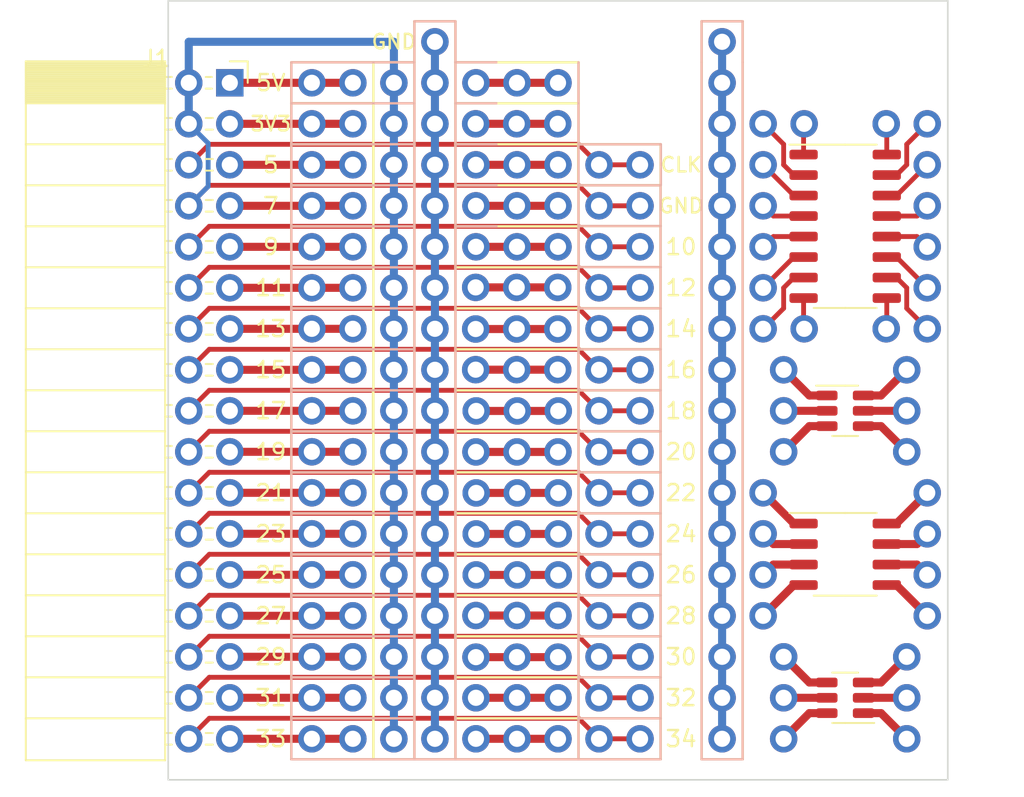
<source format=kicad_pcb>
(kicad_pcb (version 20211014) (generator pcbnew)
  (layers (0 "F.Cu" signal) (31 "B.Cu" signal) (34 "B.Paste" user) (35 "F.Paste" user) (36 "B.SilkS" user "B.Silkscreen") (37 "F.SilkS" user "F.Silkscreen") (38 "B.Mask" user) (39 "F.Mask" user) (44 "Edge.Cuts" user))
  (net 0 "")
  (net 1 "+5V")
  (net 2 "GND")
  (net 3 "+3V3")
  (net 4 "/5")
  (net 5 "/EXTCLK")
  (net 6 "/7")
  (net 7 "/9")
  (net 8 "/10")
  (net 9 "/11")
  (net 10 "/12")
  (net 11 "/13")
  (net 12 "/14")
  (net 13 "/15")
  (net 14 "/16")
  (net 15 "/17")
  (net 16 "/18")
  (net 17 "/19")
  (net 18 "/20")
  (net 19 "/21")
  (net 20 "/22")
  (net 21 "/23")
  (net 22 "/24")
  (net 23 "/25")
  (net 24 "/26")
  (net 25 "/27")
  (net 26 "/28")
  (net 27 "/29")
  (net 28 "/30")
  (net 29 "/31")
  (net 30 "/32")
  (net 31 "/33")
  (net 32 "/34")
  (footprint "Package_SO:SO-16_3.9x9.9mm_P1.27mm" (layer "F.Cu") (at 157.48 77.47)
    (fp_text reference "REF**" hide)
    (fp_text value "SO-16_3.9x9.9mm_P1.27mm")
  )
  (footprint "Connector_PinSocket_2.54mm:PinSocket_2x17_P2.54mm_Horizontal" (layer "F.Cu") (at 119.38 68.58)
    (fp_text reference "J1")
    (fp_text value "Conn_02x17_Odd_Even")
  )
  (footprint "Package_TO_SOT_SMD:SOT-23-6" (layer "F.Cu") (at 157.48 88.9)
    (fp_text reference "REF**" hide)
    (fp_text value "SOT-23-6")
  )
  (footprint "Package_SO:SO-8_3.9x4.9mm_P1.27mm" (layer "F.Cu") (at 157.48 97.79)
    (fp_text reference "REF**" hide)
    (fp_text value "SO-8_3.9x4.9mm_P1.27mm")
  )
  (footprint "Package_TO_SOT_SMD:SOT-23-6" (layer "F.Cu") (at 157.48 106.68 180)
    (fp_text reference "REF**" hide)
    (fp_text value "SOT-23-6")
  )
  (gr_line (start 123.190001 100.33) (end 130.810001 100.33) (layer "B.SilkS") (width 0.15))
  (gr_line (start 146.05 107.95) (end 146.050001 105.410001) (layer "B.SilkS") (width 0.15))
  (gr_line (start 133.350001 67.31) (end 133.350001 110.490001) (layer "B.SilkS") (width 0.15))
  (gr_line (start 140.97 92.71) (end 140.97 90.17) (layer "B.SilkS") (width 0.15))
  (gr_line (start 135.890001 74.93) (end 133.35 74.93) (layer "B.SilkS") (width 0.15))
  (gr_line (start 123.190002 97.789999) (end 130.810003 97.79) (layer "B.SilkS") (width 0.15))
  (gr_line (start 130.810001 64.77) (end 133.350001 64.770001) (layer "B.SilkS") (width 0.15))
  (gr_line (start 135.890001 67.310001) (end 133.350001 67.31) (layer "B.SilkS") (width 0.15))
  (gr_line (start 146.05 90.17) (end 146.05 87.63) (layer "B.SilkS") (width 0.15))
  (gr_poly (pts (xy 140.970001 72.39) (xy 135.890001 72.39) (xy 140.970001 72.39)) (layer "B.SilkS") (width 0.15) (fill none))
  (gr_line (start 140.97 110.49) (end 146.05 110.49) (layer "B.SilkS") (width 0.15))
  (gr_line (start 133.35 77.47) (end 135.890001 77.47) (layer "B.SilkS") (width 0.15))
  (gr_line (start 123.190002 105.410001) (end 130.810001 105.41) (layer "B.SilkS") (width 0.15))
  (gr_line (start 123.190001 110.49) (end 123.190001 67.31) (layer "B.SilkS") (width 0.15))
  (gr_line (start 140.97 100.33) (end 140.97 97.79) (layer "B.SilkS") (width 0.15))
  (gr_poly (pts (xy 135.890001 69.85) (xy 140.970001 69.85) (xy 135.890001 69.85)) (layer "B.SilkS") (width 0.15) (fill none))
  (gr_line (start 123.190001 67.31) (end 130.810001 67.31) (layer "B.SilkS") (width 0.15))
  (gr_line (start 140.97 100.33) (end 146.05 100.33) (layer "B.SilkS") (width 0.15))
  (gr_line (start 148.59 110.49) (end 148.59 64.77) (layer "B.SilkS") (width 0.15))
  (gr_line (start 146.050001 95.250001) (end 146.050001 92.71) (layer "B.SilkS") (width 0.15))
  (gr_poly (pts (xy 140.970001 97.79) (xy 133.35 97.79) (xy 140.970001 97.79)) (layer "B.SilkS") (width 0.15) (fill none))
  (gr_line (start 133.350001 64.770001) (end 133.350001 67.31) (layer "B.SilkS") (width 0.15))
  (gr_line (start 140.97 92.71) (end 146.050001 92.71) (layer "B.SilkS") (width 0.15))
  (gr_line (start 140.97 82.55) (end 146.050001 82.55) (layer "B.SilkS") (width 0.15))
  (gr_line (start 146.05 87.63) (end 146.05 85.09) (layer "B.SilkS") (width 0.15))
  (gr_line (start 140.97 107.95) (end 146.05 107.95) (layer "B.SilkS") (width 0.15))
  (gr_line (start 140.97 90.17) (end 146.05 90.17) (layer "B.SilkS") (width 0.15))
  (gr_poly (pts (xy 140.970001 87.63) (xy 133.350001 87.63) (xy 140.970001 87.63)) (layer "B.SilkS") (width 0.15) (fill none))
  (gr_line (start 140.97 95.25) (end 140.97 92.71) (layer "B.SilkS") (width 0.15))
  (gr_line (start 151.130001 110.49) (end 148.59 110.49) (layer "B.SilkS") (width 0.15))
  (gr_line (start 123.190002 69.85) (end 130.810001 69.85) (layer "B.SilkS") (width 0.15))
  (gr_line (start 135.890001 72.39) (end 133.35 72.39) (layer "B.SilkS") (width 0.15))
  (gr_line (start 123.190001 110.49) (end 130.810001 110.49) (layer "B.SilkS") (width 0.15))
  (gr_poly (pts (xy 140.970001 107.95) (xy 133.35 107.95) (xy 140.970001 107.95)) (layer "B.SilkS") (width 0.15) (fill none))
  (gr_line (start 123.190001 107.95) (end 130.810001 107.95) (layer "B.SilkS") (width 0.15))
  (gr_line (start 146.050001 80.01) (end 146.05 77.47) (layer "B.SilkS") (width 0.15))
  (gr_line (start 146.050001 82.55) (end 146.050001 80.01) (layer "B.SilkS") (width 0.15))
  (gr_line (start 140.97 77.47) (end 140.97 74.93) (layer "B.SilkS") (width 0.15))
  (gr_poly (pts (xy 140.970001 92.71) (xy 133.35 92.71) (xy 140.970001 92.71)) (layer "B.SilkS") (width 0.15) (fill none))
  (gr_poly (pts (xy 140.970001 95.25) (xy 133.35 95.25) (xy 140.970001 95.25)) (layer "B.SilkS") (width 0.15) (fill none))
  (gr_line (start 146.05 85.09) (end 146.050001 82.55) (layer "B.SilkS") (width 0.15))
  (gr_poly (pts (xy 140.970001 102.87) (xy 133.35 102.87) (xy 140.970001 102.87)) (layer "B.SilkS") (width 0.15) (fill none))
  (gr_line (start 146.050001 92.71) (end 146.05 90.17) (layer "B.SilkS") (width 0.15))
  (gr_poly (pts (xy 140.970001 77.47) (xy 135.890001 77.47) (xy 140.970001 77.47)) (layer "B.SilkS") (width 0.15) (fill none))
  (gr_line (start 140.97 102.87) (end 146.050001 102.87) (layer "B.SilkS") (width 0.15))
  (gr_poly (pts (xy 140.970001 67.31) (xy 135.890001 67.310001) (xy 140.970001 67.31)) (layer "B.SilkS") (width 0.15) (fill none))
  (gr_poly (pts (xy 140.970001 69.85) (xy 135.890001 69.85) (xy 140.970001 69.85)) (layer "B.SilkS") (width 0.15) (fill none))
  (gr_line (start 123.190002 102.87) (end 130.810001 102.87) (layer "B.SilkS") (width 0.15))
  (gr_line (start 140.97 102.87) (end 140.97 100.33) (layer "B.SilkS") (width 0.15))
  (gr_line (start 133.350001 110.490001) (end 140.97 110.49) (layer "B.SilkS") (width 0.15))
  (gr_poly (pts (xy 140.970001 100.33) (xy 133.35 100.33) (xy 140.970001 100.33)) (layer "B.SilkS") (width 0.15) (fill none))
  (gr_line (start 140.97 97.79) (end 140.97 95.25) (layer "B.SilkS") (width 0.15))
  (gr_line (start 123.190001 87.63) (end 130.810001 87.63) (layer "B.SilkS") (width 0.15))
  (gr_line (start 140.97 90.17) (end 140.97 87.63) (layer "B.SilkS") (width 0.15))
  (gr_line (start 140.97 85.09) (end 146.05 85.09) (layer "B.SilkS") (width 0.15))
  (gr_poly (pts (xy 140.970001 85.09) (xy 133.35 85.09) (xy 140.970001 85.09)) (layer "B.SilkS") (width 0.15) (fill none))
  (gr_line (start 140.97 74.93) (end 140.97 72.39) (layer "B.SilkS") (width 0.15))
  (gr_line (start 140.97 95.25) (end 146.050001 95.250001) (layer "B.SilkS") (width 0.15))
  (gr_line (start 140.97 110.49) (end 140.97 107.95) (layer "B.SilkS") (width 0.15))
  (gr_poly (pts (xy 140.970001 74.93) (xy 135.890001 74.93) (xy 140.970001 74.93)) (layer "B.SilkS") (width 0.15) (fill none))
  (gr_poly (pts (xy 140.970001 105.41) (xy 133.35 105.41) (xy 140.970001 105.41)) (layer "B.SilkS") (width 0.15) (fill none))
  (gr_line (start 123.190002 92.71) (end 130.810001 92.71) (layer "B.SilkS") (width 0.15))
  (gr_line (start 140.97 74.93) (end 146.05 74.93) (layer "B.SilkS") (width 0.15))
  (gr_poly (pts (xy 140.970001 82.55) (xy 133.35 82.55) (xy 140.970001 82.55)) (layer "B.SilkS") (width 0.15) (fill none))
  (gr_line (start 140.976841 79.996319) (end 146.05684 79.996319) (layer "B.SilkS") (width 0.15))
  (gr_line (start 140.976842 79.992647) (end 140.976841 77.452648) (layer "B.SilkS") (width 0.15))
  (gr_line (start 123.190002 82.55) (end 130.810001 82.55) (layer "B.SilkS") (width 0.15))
  (gr_line (start 140.97 107.95) (end 140.97 105.41) (layer "B.SilkS") (width 0.15))
  (gr_line (start 146.05 97.79) (end 146.050001 95.250001) (layer "B.SilkS") (width 0.15))
  (gr_line (start 140.976841 82.53632) (end 140.976841 79.996319) (layer "B.SilkS") (width 0.15))
  (gr_line (start 140.97 105.41) (end 140.97 102.87) (layer "B.SilkS") (width 0.15))
  (gr_line (start 148.59 64.77) (end 151.130001 64.77) (layer "B.SilkS") (width 0.15))
  (gr_line (start 146.05 77.47) (end 146.05 74.93) (layer "B.SilkS") (width 0.15))
  (gr_line (start 123.190002 95.250001) (end 130.810001 95.250001) (layer "B.SilkS") (width 0.15))
  (gr_line (start 133.350001 110.490001) (end 130.810001 110.49) (layer "B.SilkS") (width 0.15))
  (gr_line (start 140.97 85.09) (end 140.97 82.55) (layer "B.SilkS") (width 0.15))
  (gr_line (start 123.190001 85.09) (end 130.810001 85.09) (layer "B.SilkS") (width 0.15))
  (gr_line (start 130.810001 64.77) (end 130.810001 110.49) (layer "B.SilkS") (width 0.15))
  (gr_line (start 146.050001 100.329999) (end 146.050001 97.789999) (layer "B.SilkS") (width 0.15))
  (gr_line (start 151.13 67.310001) (end 151.130001 110.49) (layer "B.SilkS") (width 0.15))
  (gr_line (start 140.97 87.63) (end 140.97 85.09) (layer "B.SilkS") (width 0.15))
  (gr_line (start 123.190001 74.93) (end 130.810001 74.93) (layer "B.SilkS") (width 0.15))
  (gr_line (start 146.067354 74.924551) (end 146.067353 72.384551) (layer "B.SilkS") (width 0.15))
  (gr_line (start 140.970001 67.31) (end 140.970001 72.39) (layer "B.SilkS") (width 0.15))
  (gr_line (start 135.890001 69.85) (end 133.35 69.85) (layer "B.SilkS") (width 0.15))
  (gr_line (start 146.05 110.49) (end 146.05 107.95) (layer "B.SilkS") (width 0.15))
  (gr_line (start 123.190001 90.17) (end 130.810001 90.17) (layer "B.SilkS") (width 0.15))
  (gr_line (start 140.97 105.41) (end 146.050001 105.410001) (layer "B.SilkS") (width 0.15))
  (gr_line (start 123.190001 77.47) (end 130.810001 77.47) (layer "B.SilkS") (width 0.15))
  (gr_line (start 140.97 72.39) (end 146.050001 72.390001) (layer "B.SilkS") (width 0.15))
  (gr_line (start 146.050001 105.410001) (end 146.050001 102.87) (layer "B.SilkS") (width 0.15))
  (gr_line (start 140.97 97.79) (end 146.05 97.79) (layer "B.SilkS") (width 0.15))
  (gr_line (start 151.130001 64.77) (end 151.13 67.310001) (layer "B.SilkS") (width 0.15))
  (gr_line (start 140.976841 77.452648) (end 146.056841 77.452647) (layer "B.SilkS") (width 0.15))
  (gr_poly (pts (xy 140.970001 90.17) (xy 133.35 90.17) (xy 140.970001 90.17)) (layer "B.SilkS") (width 0.15) (fill none))
  (gr_line (start 123.207354 72.384551) (end 130.827354 72.384551) (layer "B.SilkS") (width 0.15))
  (gr_poly (pts (xy 140.970001 80.01) (xy 133.35 80.01) (xy 140.970001 80.01)) (layer "B.SilkS") (width 0.15) (fill none))
  (gr_line (start 123.190002 80.01) (end 130.810001 80.01) (layer "B.SilkS") (width 0.15))
  (gr_line (start 146.050001 102.87) (end 146.05 100.33) (layer "B.SilkS") (width 0.15))
  (gr_line (start 140.97 87.63) (end 146.05 87.63) (layer "B.SilkS") (width 0.15))
  (gr_rect (start 128.27 82.55) (end 123.19 82.55) (layer "F.SilkS") (width 0.15) (fill none))
  (gr_rect (start 128.27 105.41) (end 128.27 102.87) (layer "F.SilkS") (width 0.15) (fill none))
  (gr_line (start 140.97 107.95) (end 146.05 107.95) (layer "F.SilkS") (width 0.15))
  (gr_rect (start 128.27 77.47) (end 123.19 77.47) (layer "F.SilkS") (width 0.15) (fill none))
  (gr_line (start 148.59 64.77) (end 151.13 64.77) (layer "F.SilkS") (width 0.15))
  (gr_rect (start 128.27 92.71) (end 123.19 92.71) (layer "F.SilkS") (width 0.15) (fill none))
  (gr_line (start 140.963159 77.452647) (end 146.043159 77.452647) (layer "F.SilkS") (width 0.15))
  (gr_rect (start 128.27 90.17) (end 123.19 90.17) (layer "F.SilkS") (width 0.15) (fill none))
  (gr_line (start 146.05 82.55) (end 146.05 85.09) (layer "F.SilkS") (width 0.15))
  (gr_rect (start 128.27 80.01) (end 128.27 77.47) (layer "F.SilkS") (width 0.15) (fill none))
  (gr_rect (start 128.27 85.09) (end 128.27 82.55) (layer "F.SilkS") (width 0.15) (fill none))
  (gr_line (start 133.35 74.93) (end 140.97 74.93) (layer "F.SilkS") (width 0.15))
  (gr_line (start 140.97 105.41) (end 146.05 105.41) (layer "F.SilkS") (width 0.15))
  (gr_rect (start 128.27 72.39) (end 123.19 72.39) (layer "F.SilkS") (width 0.15) (fill none))
  (gr_rect (start 128.27 110.49) (end 128.27 107.95) (layer "F.SilkS") (width 0.15) (fill none))
  (gr_rect (start 128.27 72.39) (end 128.27 69.85) (layer "F.SilkS") (width 0.15) (fill none))
  (gr_rect (start 128.27 74.93) (end 123.19 74.93) (layer "F.SilkS") (width 0.15) (fill none))
  (gr_rect (start 128.27 95.25) (end 128.27 92.71) (layer "F.SilkS") (width 0.15) (fill none))
  (gr_line (start 140.97 97.79) (end 146.05 97.79) (layer "F.SilkS") (width 0.15))
  (gr_rect (start 128.27 100.33) (end 123.19 100.33) (layer "F.SilkS") (width 0.15) (fill none))
  (gr_line (start 146.043159 79.996319) (end 146.043159 82.536319) (layer "F.SilkS") (width 0.15))
  (gr_rect (start 128.27 74.93) (end 128.27 72.39) (layer "F.SilkS") (width 0.15) (fill none))
  (gr_line (start 140.97 82.55) (end 146.05 82.55) (layer "F.SilkS") (width 0.15))
  (gr_line (start 140.97 100.33) (end 146.05 100.33) (layer "F.SilkS") (width 0.15))
  (gr_rect (start 128.27 82.55) (end 128.27 80.01) (layer "F.SilkS") (width 0.15) (fill none))
  (gr_line (start 146.05 107.95) (end 146.05 110.49) (layer "F.SilkS") (width 0.15))
  (gr_line (start 140.97 72.39) (end 146.05 72.39) (layer "F.SilkS") (width 0.15))
  (gr_line (start 140.97 80.01) (end 140.97 82.55) (layer "F.SilkS") (width 0.15))
  (gr_line (start 140.97 92.71) (end 140.97 95.25) (layer "F.SilkS") (width 0.15))
  (gr_line (start 146.05 92.71) (end 146.05 95.25) (layer "F.SilkS") (width 0.15))
  (gr_line (start 133.35 87.63) (end 140.97 87.63) (layer "F.SilkS") (width 0.15))
  (gr_rect (start 128.27 77.47) (end 128.27 74.93) (layer "F.SilkS") (width 0.15) (fill none))
  (gr_line (start 130.81 110.49) (end 130.81 67.31) (layer "F.SilkS") (width 0.15))
  (gr_line (start 140.97 102.87) (end 140.97 105.41) (layer "F.SilkS") (width 0.15))
  (gr_rect (start 128.27 105.41) (end 128.27 102.87) (layer "F.SilkS") (width 0.15) (fill none))
  (gr_line (start 146.05 102.87) (end 146.05 105.41) (layer "F.SilkS") (width 0.15))
  (gr_rect (start 128.27 69.85) (end 128.27 67.31) (layer "F.SilkS") (width 0.15) (fill none))
  (gr_line (start 133.35 82.55) (end 140.97 82.55) (layer "F.SilkS") (width 0.15))
  (gr_line (start 146.05 90.17) (end 146.05 92.71) (layer "F.SilkS") (width 0.15))
  (gr_line (start 146.05 100.33) (end 146.05 102.87) (layer "F.SilkS") (width 0.15))
  (gr_line (start 133.35 90.17) (end 140.97 90.17) (layer "F.SilkS") (width 0.15))
  (gr_rect (start 128.27 105.41) (end 123.19 105.41) (layer "F.SilkS") (width 0.15) (fill none))
  (gr_line (start 151.13 64.77) (end 151.13 110.49) (layer "F.SilkS") (width 0.15))
  (gr_rect (start 128.27 97.79) (end 128.27 95.25) (layer "F.SilkS") (width 0.15) (fill none))
  (gr_line (start 148.59 67.31) (end 148.59 64.77) (layer "F.SilkS") (width 0.15))
  (gr_rect (start 128.27 87.63) (end 128.27 85.09) (layer "F.SilkS") (width 0.15) (fill none))
  (gr_line (start 140.97 85.09) (end 146.05 85.09) (layer "F.SilkS") (width 0.15))
  (gr_line (start 133.35 107.95) (end 140.97 107.95) (layer "F.SilkS") (width 0.15))
  (gr_line (start 140.97 100.33) (end 140.97 102.87) (layer "F.SilkS") (width 0.15))
  (gr_line (start 130.81 67.31) (end 128.27 67.31) (layer "F.SilkS") (width 0.15))
  (gr_line (start 140.97 95.25) (end 146.05 95.25) (layer "F.SilkS") (width 0.15))
  (gr_line (start 146.043159 77.452647) (end 146.043159 79.992647) (layer "F.SilkS") (width 0.15))
  (gr_line (start 133.35 110.49) (end 130.81 110.49) (layer "F.SilkS") (width 0.15))
  (gr_rect (start 128.27 102.87) (end 128.27 100.33) (layer "F.SilkS") (width 0.15) (fill none))
  (gr_line (start 140.97 67.31) (end 140.97 69.85) (layer "F.SilkS") (width 0.15))
  (gr_rect (start 128.27 90.17) (end 128.27 87.63) (layer "F.SilkS") (width 0.15) (fill none))
  (gr_line (start 140.97 107.95) (end 140.97 110.49) (layer "F.SilkS") (width 0.15))
  (gr_line (start 146.05 95.25) (end 146.05 97.79) (layer "F.SilkS") (width 0.15))
  (gr_line (start 133.35 77.47) (end 140.97 77.47) (layer "F.SilkS") (width 0.15))
  (gr_rect (start 128.27 97.79) (end 123.19 97.79) (layer "F.SilkS") (width 0.15) (fill none))
  (gr_line (start 140.969999 97.789999) (end 140.969999 100.329999) (layer "F.SilkS") (width 0.15))
  (gr_rect (start 128.27 92.71) (end 128.27 90.17) (layer "F.SilkS") (width 0.15) (fill none))
  (gr_line (start 133.35 100.33) (end 140.97 100.33) (layer "F.SilkS") (width 0.15))
  (gr_line (start 140.963159 79.996319) (end 146.043159 79.996319) (layer "F.SilkS") (width 0.15))
  (gr_line (start 140.97 85.09) (end 140.97 87.63) (layer "F.SilkS") (width 0.15))
  (gr_line (start 140.97 69.85) (end 140.97 72.39) (layer "F.SilkS") (width 0.15))
  (gr_rect (start 128.27 100.33) (end 128.27 97.79) (layer "F.SilkS") (width 0.15) (fill none))
  (gr_rect (start 128.27 107.95) (end 123.19 107.95) (layer "F.SilkS") (width 0.15) (fill none))
  (gr_line (start 140.97 87.63) (end 146.05 87.63) (layer "F.SilkS") (width 0.15))
  (gr_rect (start 128.27 67.31) (end 123.19 67.31) (layer "F.SilkS") (width 0.15) (fill none))
  (gr_rect (start 128.27 69.85) (end 123.19 69.85) (layer "F.SilkS") (width 0.15) (fill none))
  (gr_line (start 130.81 64.77) (end 133.35 64.77) (layer "F.SilkS") (width 0.15))
  (gr_line (start 140.97 102.87) (end 146.05 102.87) (layer "F.SilkS") (width 0.15))
  (gr_line (start 133.35 105.41) (end 140.97 105.41) (layer "F.SilkS") (width 0.15))
  (gr_rect (start 128.27 95.25) (end 128.27 92.71) (layer "F.SilkS") (width 0.15) (fill none))
  (gr_line (start 146.05 87.63) (end 146.05 90.17) (layer "F.SilkS") (width 0.15))
  (gr_line (start 133.35 69.85) (end 140.97 69.85) (layer "F.SilkS") (width 0.15))
  (gr_line (start 133.35 95.25) (end 140.97 95.25) (layer "F.SilkS") (width 0.15))
  (gr_line (start 140.97 90.17) (end 146.05 90.17) (layer "F.SilkS") (width 0.15))
  (gr_line (start 140.97 77.47) (end 140.97 80.01) (layer "F.SilkS") (width 0.15))
  (gr_rect (start 128.27 100.33) (end 128.27 97.79) (layer "F.SilkS") (width 0.15) (fill none))
  (gr_line (start 133.35 64.77) (end 133.35 110.49) (layer "F.SilkS") (width 0.15))
  (gr_line (start 133.35 92.71) (end 140.97 92.71) (layer "F.SilkS") (width 0.15))
  (gr_line (start 140.97 105.41) (end 140.97 107.95) (layer "F.SilkS") (width 0.15))
  (gr_rect (start 128.245304 90.148976) (end 128.245304 87.608976) (layer "F.SilkS") (width 0.15) (fill none))
  (gr_line (start 146.05 74.93) (end 146.05 77.47) (layer "F.SilkS") (width 0.15))
  (gr_line (start 140.952647 72.384551) (end 140.952647 74.924551) (layer "F.SilkS") (width 0.15))
  (gr_rect (start 128.27 87.63) (end 123.19 87.63) (layer "F.SilkS") (width 0.15) (fill none))
  (gr_line (start 128.27 110.49) (end 130.81 110.49) (layer "F.SilkS") (width 0.15))
  (gr_rect (start 128.253029 80.006198) (end 128.253029 77.466198) (layer "F.SilkS") (width 0.15) (fill none))
  (gr_line (start 133.35 102.87) (end 140.97 102.87) (layer "F.SilkS") (width 0.15))
  (gr_rect (start 128.27 74.93) (end 128.27 72.39) (layer "F.SilkS") (width 0.15) (fill none))
  (gr_rect (start 128.27 95.25) (end 123.19 95.25) (layer "F.SilkS") (width 0.15) (fill none))
  (gr_line (start 133.35 110.49) (end 140.97 110.49) (layer "F.SilkS") (width 0.15))
  (gr_line (start 151.13 110.49) (end 148.59 110.49) (layer "F.SilkS") (width 0.15))
  (gr_rect (start 128.27 107.95) (end 128.27 105.41) (layer "F.SilkS") (width 0.15) (fill none))
  (gr_line (start 140.97 87.63) (end 140.97 90.17) (layer "F.SilkS") (width 0.15))
  (gr_rect (start 128.27 102.87) (end 123.19 102.87) (layer "F.SilkS") (width 0.15) (fill none))
  (gr_rect (start 123.19 69.85) (end 128.27 69.85) (layer "F.SilkS") (width 0.15) (fill none))
  (gr_line (start 140.97 74.93) (end 146.05 74.93) (layer "F.SilkS") (width 0.15))
  (gr_line (start 146.05 85.09) (end 146.05 87.63) (layer "F.SilkS") (width 0.15))
  (gr_line (start 130.81 67.31) (end 130.81 64.77) (layer "F.SilkS") (width 0.15))
  (gr_line (start 133.332647 72.384551) (end 140.952647 72.384551) (layer "F.SilkS") (width 0.15))
  (gr_line (start 133.35 85.09) (end 140.97 85.09) (layer "F.SilkS") (width 0.15))
  (gr_line (start 148.59 110.49) (end 148.59 67.31) (layer "F.SilkS") (width 0.15))
  (gr_line (start 133.349999 97.789999) (end 140.969999 97.789999) (layer "F.SilkS") (width 0.15))
  (gr_line (start 146.05 97.79) (end 146.05 100.33) (layer "F.SilkS") (width 0.15))
  (gr_rect (start 128.27 80.01) (end 123.19 80.01) (layer "F.SilkS") (width 0.15) (fill none))
  (gr_line (start 128.27 110.49) (end 123.19 110.49) (layer "F.SilkS") (width 0.15))
  (gr_line (start 123.19 67.31) (end 123.19 110.49) (layer "F.SilkS") (width 0.15))
  (gr_rect (start 128.27 110.49) (end 128.27 107.95) (layer "F.SilkS") (width 0.15) (fill none))
  (gr_line (start 140.97 74.93) (end 140.97 77.47) (layer "F.SilkS") (width 0.15))
  (gr_rect (start 128.27 85.09) (end 128.27 82.55) (layer "F.SilkS") (width 0.15) (fill none))
  (gr_line (start 133.35 67.31) (end 140.97 67.31) (layer "F.SilkS") (width 0.15))
  (gr_line (start 140.97 82.55) (end 140.97 85.09) (layer "F.SilkS") (width 0.15))
  (gr_line (start 140.97 95.25) (end 140.97 97.79) (layer "F.SilkS") (width 0.15))
  (gr_line (start 140.97 110.49) (end 146.05 110.49) (layer "F.SilkS") (width 0.15))
  (gr_line (start 140.97 92.71) (end 146.05 92.71) (layer "F.SilkS") (width 0.15))
  (gr_rect (start 128.27 85.09) (end 123.19 85.09) (layer "F.SilkS") (width 0.15) (fill none))
  (gr_line (start 133.35 80.01) (end 140.97 80.01) (layer "F.SilkS") (width 0.15))
  (gr_line (start 146.05 72.39) (end 146.05 74.93) (layer "F.SilkS") (width 0.15))
  (gr_line (start 146.05 105.41) (end 146.05 107.95) (layer "F.SilkS") (width 0.15))
  (gr_line (start 140.97 90.17) (end 140.97 92.71) (layer "F.SilkS") (width 0.15))
  (gr_line (start 115.57 111.76) (end 163.83 111.76) (layer "Edge.Cuts") (width 0.1))
  (gr_line (start 163.83 111.76) (end 163.83 63.5) (layer "Edge.Cuts") (width 0.1))
  (gr_line (start 115.57 63.5) (end 115.57 111.76) (layer "Edge.Cuts") (width 0.1))
  (gr_line (start 163.83 63.5) (end 115.57 63.5) (layer "Edge.Cuts") (width 0.1))
  (gr_text "21" (at 121.92 93.98) (layer "F.SilkS") (effects (font (size 1 1))))
  (gr_text "24" (at 147.32 96.52) (layer "F.SilkS") (effects (font (size 1 1))))
  (gr_text "19" (at 121.92 91.44) (layer "F.SilkS") (effects (font (size 1 1))))
  (gr_text "13" (at 121.92 83.82) (layer "F.SilkS") (effects (font (size 1 1))))
  (gr_text "11" (at 121.92 81.28) (layer "F.SilkS") (effects (font (size 1 1))))
  (gr_text "28" (at 147.32 101.6) (layer "F.SilkS") (effects (font (size 1 1))))
  (gr_text "33" (at 121.92 109.22) (layer "F.SilkS") (effects (font (size 1 1))))
  (gr_text "CLK" (at 147.32 73.66) (layer "F.SilkS") (effects (font (size 0.9 0.9))))
  (gr_text "31" (at 121.92 106.68) (layer "F.SilkS") (effects (font (size 1 1))))
  (gr_text "12" (at 147.32 81.28) (layer "F.SilkS") (effects (font (size 1 1))))
  (gr_text "26" (at 147.32 99.06) (layer "F.SilkS") (effects (font (size 1 1))))
  (gr_text "27" (at 121.92 101.6) (layer "F.SilkS") (effects (font (size 1 1))))
  (gr_text "16" (at 147.32 86.36) (layer "F.SilkS") (effects (font (size 1 1))))
  (gr_text "29" (at 121.92 104.14) (layer "F.SilkS") (effects (font (size 1 1))))
  (gr_text "3V3" (at 121.92 71.12) (layer "F.SilkS") (effects (font (size 0.9 0.9))))
  (gr_text "32" (at 147.32 106.68) (layer "F.SilkS") (effects (font (size 1 1))))
  (gr_text "30" (at 147.32 104.14) (layer "F.SilkS") (effects (font (size 1 1))))
  (gr_text "5V" (at 121.92 68.58) (layer "F.SilkS") (effects (font (size 1 1))))
  (gr_text "34" (at 147.32 109.22) (layer "F.SilkS") (effects (font (size 1 1))))
  (gr_text "23" (at 121.92 96.52) (layer "F.SilkS") (effects (font (size 1 1))))
  (gr_text "25" (at 121.92 99.06) (layer "F.SilkS") (effects (font (size 1 1))))
  (gr_text "10" (at 147.32 78.74) (layer "F.SilkS") (effects (font (size 1 1))))
  (gr_text "GND" (at 147.32 76.2) (layer "F.SilkS") (effects (font (size 0.9 0.9))))
  (gr_text "17" (at 121.92 88.9) (layer "F.SilkS") (effects (font (size 1 1))))
  (gr_text "7" (at 121.92 76.2) (layer "F.SilkS") (effects (font (size 1 1))))
  (gr_text "15" (at 121.92 86.36) (layer "F.SilkS") (effects (font (size 1 1))))
  (gr_text "GND" (at 129.54 66.04) (layer "F.SilkS") (effects (font (size 0.9 0.9))))
  (gr_text "20" (at 147.32 91.44) (layer "F.SilkS") (effects (font (size 1 1))))
  (gr_text "18" (at 147.32 88.9) (layer "F.SilkS") (effects (font (size 1 1))))
  (gr_text "22" (at 147.32 93.98) (layer "F.SilkS") (effects (font (size 1 1))))
  (gr_text "5" (at 121.92 73.66) (layer "F.SilkS") (effects (font (size 1 1))))
  (gr_text "14" (at 147.32 83.82) (layer "F.SilkS") (effects (font (size 1 1))))
  (gr_text "9" (at 121.92 78.74) (layer "F.SilkS") (effects (font (size 1 1))))
  (segment (start 154.905 74.295) (end 154.305 74.295) (width 0.3) (layer "F.Cu") (net 0))
  (segment (start 156.3425 87.95) (end 155.26 87.95) (width 0.5) (layer "F.Cu") (net 0))
  (segment (start 154.905 71.155) (end 154.94 71.12) (width 0.3) (layer "F.Cu") (net 0))
  (segment (start 137.16 104.161024) (end 139.7 104.161024) (width 0.5) (layer "F.Cu") (net 0))
  (segment (start 134.62 106.68) (end 137.16 106.68) (width 0.5) (layer "F.Cu") (net 0))
  (segment (start 156.3425 88.9) (end 153.67 88.9) (width 0.5) (layer "F.Cu") (net 0))
  (segment (start 137.16 73.66) (end 139.7 73.66) (width 0.5) (layer "F.Cu") (net 0))
  (segment (start 154.305 99.695) (end 152.4 101.6) (width 0.5) (layer "F.Cu") (net 0))
  (segment (start 160.055 71.155) (end 160.02 71.12) (width 0.5) (layer "F.Cu") (net 0))
  (segment (start 137.16 91.447604) (end 139.7 91.447604) (width 0.5) (layer "F.Cu") (net 0))
  (segment (start 154.905 79.375) (end 154.305 79.375) (width 0.3) (layer "F.Cu") (net 0))
  (segment (start 134.62 104.161024) (end 137.16 104.161024) (width 0.5) (layer "F.Cu") (net 0))
  (segment (start 155.26 87.95) (end 153.67 86.36) (width 0.5) (layer "F.Cu") (net 0))
  (segment (start 160.055 76.835) (end 161.925 76.835) (width 0.3) (layer "F.Cu") (net 0))
  (segment (start 153.67 81.28) (end 153.67 82.55) (width 0.3) (layer "F.Cu") (net 0))
  (segment (start 160.055 83.785) (end 160.02 83.82) (width 0.3) (layer "F.Cu") (net 0))
  (segment (start 134.636719 93.988108) (end 137.176719 93.988108) (width 0.5) (layer "F.Cu") (net 0))
  (segment (start 137.143281 86.351892) (end 139.683281 86.351892) (width 0.5) (layer "F.Cu") (net 0))
  (segment (start 134.62 68.58) (end 137.16 68.58) (width 0.5) (layer "F.Cu") (net 0))
  (segment (start 161.29 82.55) (end 162.56 83.82) (width 0.3) (layer "F.Cu") (net 0))
  (segment (start 153.035 98.425) (end 152.4 99.06) (width 0.5) (layer "F.Cu") (net 0))
  (segment (start 156.3425 107.630001) (end 155.26 107.630001) (width 0.5) (layer "F.Cu") (net 0))
  (segment (start 134.62 78.74) (end 137.16 78.74) (width 0.5) (layer "F.Cu") (net 0))
  (segment (start 134.603281 71.119496) (end 137.143281 71.119496) (width 0.5) (layer "F.Cu") (net 0))
  (segment (start 154.905 81.915) (end 154.905 83.785) (width 0.3) (layer "F.Cu") (net 0))
  (segment (start 160.055 73.025) (end 160.055 71.155) (width 0.3) (layer "F.Cu") (net 0))
  (segment (start 160.055 78.105) (end 161.925 78.104999) (width 0.3) (layer "F.Cu") (net 0))
  (segment (start 154.305 95.885) (end 152.4 93.98) (width 0.5) (layer "F.Cu") (net 0))
  (segment (start 154.905 80.645) (end 154.305 80.645) (width 0.3) (layer "F.Cu") (net 0))
  (segment (start 160.055 75.565) (end 160.655 75.565) (width 0.3) (layer "F.Cu") (net 0))
  (segment (start 134.62 91.447604) (end 137.16 91.447604) (width 0.5) (layer "F.Cu") (net 0))
  (segment (start 154.905 75.565) (end 154.305 75.565) (width 0.3) (layer "F.Cu") (net 0))
  (segment (start 161.29 72.39) (end 162.56 71.12) (width 0.3) (layer "F.Cu") (net 0))
  (segment (start 137.176719 88.908108) (end 139.716719 88.908108) (width 0.5) (layer "F.Cu") (net 0))
  (segment (start 154.305 74.295) (end 153.67 73.66) (width 0.3) (layer "F.Cu") (net 0))
  (segment (start 154.305 75.565) (end 152.4 73.66) (width 0.3) (layer "F.Cu") (net 0))
  (segment (start 137.16 78.74) (end 139.7 78.74) (width 0.5) (layer "F.Cu") (net 0))
  (segment (start 159.7 105.730001) (end 161.29 104.140001) (width 0.5) (layer "F.Cu") (net 0))
  (segment (start 160.055 74.295) (end 160.655 74.295) (width 0.3) (layer "F.Cu") (net 0))
  (segment (start 161.925 97.155) (end 162.56 96.52) (width 0.5) (layer "F.Cu") (net 0))
  (segment (start 160.055 80.645) (end 160.655 80.645) (width 0.3) (layer "F.Cu") (net 0))
  (segment (start 156.342501 106.680001) (end 153.67 106.680001) (width 0.5) (layer "F.Cu") (net 0))
  (segment (start 134.603281 81.25467) (end 137.143281 81.25467) (width 0.5) (layer "F.Cu") (net 0))
  (segment (start 160.055 99.695) (end 160.655 99.695) (width 0.5) (layer "F.Cu") (net 0))
  (segment (start 137.16 68.58) (end 139.7 68.58) (width 0.5) (layer "F.Cu") (net 0))
  (segment (start 137.16 101.582778) (end 139.7 101.582778) (width 0.5) (layer "F.Cu") (net 0))
  (segment (start 161.290001 81.28) (end 161.29 82.55) (width 0.3) (layer "F.Cu") (net 0))
  (segment (start 134.603281 86.351892) (end 137.143281 86.351892) (width 0.5) (layer "F.Cu") (net 0))
  (segment (start 134.603281 83.832916) (end 137.143281 83.832916) (width 0.5) (layer "F.Cu") (net 0))
  (segment (start 158.6175 88.9) (end 161.29 88.9) (width 0.5) (layer "F.Cu") (net 0))
  (segment (start 134.636719 96.528108) (end 137.176719 96.528108) (width 0.5) (layer "F.Cu") (net 0))
  (segment (start 161.925 76.835) (end 162.56 76.2) (width 0.3) (layer "F.Cu") (net 0))
  (segment (start 155.26 105.730001) (end 153.67 104.140001) (width 0.5) (layer "F.Cu") (net 0))
  (segment (start 154.905 83.785) (end 154.94 83.82) (width 0.5) (layer "F.Cu") (net 0))
  (segment (start 137.176719 93.988108) (end 139.716719 93.988108) (width 0.5) (layer "F.Cu") (net 0))
  (segment (start 134.636719 88.908108) (end 137.176719 88.908108) (width 0.5) (layer "F.Cu") (net 0))
  (segment (start 159.7 107.630001) (end 161.29 109.220001) (width 0.5) (layer "F.Cu") (net 0))
  (segment (start 159.7 87.95) (end 161.29 86.36) (width 0.5) (layer "F.Cu") (net 0))
  (segment (start 137.16 106.68) (end 139.7 106.68) (width 0.5) (layer "F.Cu") (net 0))
  (segment (start 160.055 95.885) (end 160.655 95.885) (width 0.5) (layer "F.Cu") (net 0))
  (segment (start 134.62 101.582778) (end 137.16 101.582778) (width 0.5) (layer "F.Cu") (net 0))
  (segment (start 160.055 79.375) (end 160.655 79.375) (width 0.3) (layer "F.Cu") (net 0))
  (segment (start 158.6175 87.95) (end 159.7 87.95) (width 0.5) (layer "F.Cu") (net 0))
  (segment (start 134.636719 99.068108) (end 137.176719 99.068108) (width 0.5) (layer "F.Cu") (net 0))
  (segment (start 160.655 79.375) (end 162.56 81.28) (width 0.3) (layer "F.Cu") (net 0))
  (segment (start 134.62 73.66) (end 137.16 73.66) (width 0.5) (layer "F.Cu") (net 0))
  (segment (start 159.7 89.85) (end 161.29 91.44) (width 0.5) (layer "F.Cu") (net 0))
  (segment (start 155.26 89.85) (end 153.67 91.44) (width 0.5) (layer "F.Cu") (net 0))
  (segment (start 137.16 109.22) (end 139.7 109.22) (width 0.5) (layer "F.Cu") (net 0))
  (segment (start 134.62 76.2) (end 137.16 76.2) (width 0.5) (layer "F.Cu") (net 0))
  (segment (start 156.3425 105.730001) (end 155.26 105.730001) (width 0.5) (layer "F.Cu") (net 0))
  (segment (start 158.6175 106.68) (end 161.289999 106.680001) (width 0.5) (layer "F.Cu") (net 0))
  (segment (start 153.67 73.66) (end 153.67 72.39) (width 0.3) (layer "F.Cu") (net 0))
  (segment (start 160.055 98.425) (end 161.925 98.425) (width 0.5) (layer "F.Cu") (net 0))
  (segment (start 137.16 76.2) (end 139.7 76.2) (width 0.5) (layer "F.Cu") (net 0))
  (segment (start 154.905 76.835) (end 153.035 76.835) (width 0.3) (layer "F.Cu") (net 0))
  (segment (start 153.035 76.835) (end 152.4 76.2) (width 0.3) (layer "F.Cu") (net 0))
  (segment (start 137.176719 99.068108) (end 139.716719 99.068108) (width 0.5) (layer "F.Cu") (net 0))
  (segment (start 158.6175 105.730001) (end 159.7 105.730001) (width 0.5) (layer "F.Cu") (net 0))
  (segment (start 154.905 98.425) (end 153.035 98.425) (width 0.5) (layer "F.Cu") (net 0))
  (segment (start 153.67 82.55) (end 152.4 83.82) (width 0.3) (layer "F.Cu") (net 0))
  (segment (start 153.035 78.105) (end 152.4 78.74) (width 0.3) (layer "F.Cu") (net 0))
  (segment (start 161.29 73.66) (end 161.29 72.39) (width 0.3) (layer "F.Cu") (net 0))
  (segment (start 160.055 81.915) (end 160.055 83.785) (width 0.3) (layer "F.Cu") (net 0))
  (segment (start 137.143281 81.25467) (end 139.683281 81.25467) (width 0.5) (layer "F.Cu") (net 0))
  (segment (start 161.925 98.425) (end 162.56 99.06) (width 0.5) (layer "F.Cu") (net 0))
  (segment (start 137.143281 83.832916) (end 139.683281 83.832916) (width 0.5) (layer "F.Cu") (net 0))
  (segment (start 160.655 80.645) (end 161.290001 81.28) (width 0.3) (layer "F.Cu") (net 0))
  (segment (start 153.035 97.155) (end 152.4 96.52) (width 0.5) (layer "F.Cu") (net 0))
  (segment (start 153.67 72.39) (end 152.4 71.12) (width 0.3) (layer "F.Cu") (net 0))
  (segment (start 160.055 97.155) (end 161.925 97.155) (width 0.5) (layer "F.Cu") (net 0))
  (segment (start 161.925 78.104999) (end 162.56 78.74) (width 0.3) (layer "F.Cu") (net 0))
  (segment (start 158.6175 107.630001) (end 159.7 107.630001) (width 0.5) (layer "F.Cu") (net 0))
  (segment (start 154.905 78.105) (end 153.035 78.105) (width 0.3) (layer "F.Cu") (net 0))
  (segment (start 154.905 95.885) (end 154.305 95.885) (width 0.5) (layer "F.Cu") (net 0))
  (segment (start 154.305 79.375) (end 152.4 81.28) (width 0.3) (layer "F.Cu") (net 0))
  (segment (start 154.905 97.155) (end 153.035 97.155) (width 0.5) (layer "F.Cu") (net 0))
  (segment (start 160.655 74.295) (end 161.29 73.66) (width 0.3) (layer "F.Cu") (net 0))
  (segment (start 154.905 73.025) (end 154.905 71.155) (width 0.3) (layer "F.Cu") (net 0))
  (segment (start 137.176719 96.528108) (end 139.716719 96.528108) (width 0.5) (layer "F.Cu") (net 0))
  (segment (start 154.905 99.695) (end 154.305 99.695) (width 0.5) (layer "F.Cu") (net 0))
  (segment (start 155.26 107.630001) (end 153.67 109.220001) (width 0.5) (layer "F.Cu") (net 0))
  (segment (start 156.3425 89.85) (end 155.26 89.85) (width 0.5) (layer "F.Cu") (net 0))
  (segment (start 134.62 109.22) (end 137.16 109.22) (width 0.5) (layer "F.Cu") (net 0))
  (segment (start 160.655 99.695) (end 162.56 101.6) (width 0.5) (layer "F.Cu") (net 0))
  (segment (start 160.655 95.885) (end 162.56 93.98) (width 0.5) (layer "F.Cu") (net 0))
  (segment (start 158.6175 89.85) (end 159.7 89.85) (width 0.5) (layer "F.Cu") (net 0))
  (segment (start 160.655 75.565) (end 162.56 73.66) (width 0.3) (layer "F.Cu") (net 0))
  (segment (start 154.305 80.645) (end 153.67 81.28) (width 0.3) (layer "F.Cu") (net 0))
  (segment (start 137.143281 71.119496) (end 139.683281 71.119496) (width 0.5) (layer "F.Cu") (net 0))
  (via (at 134.603281 71.119496) (size 1.7) (drill 1) (layers "F.Cu" "B.Cu") (net 0))
  (via (at 139.716719 88.908108) (size 1.7) (drill 1) (layers "F.Cu" "B.Cu") (net 0))
  (via (at 137.176719 93.988108) (size 1.7) (drill 1) (layers "F.Cu" "B.Cu") (net 0))
  (via (at 137.16 76.2) (size 1.7) (drill 1) (layers "F.Cu" "B.Cu") (net 0))
  (via (at 137.143281 81.25467) (size 1.7) (drill 1) (layers "F.Cu" "B.Cu") (net 0))
  (via (at 149.86 68.58) (size 1.7) (drill 1) (layers "F.Cu" "B.Cu") (net 0))
  (via (at 132.08 104.14) (size 1.7) (drill 1) (layers "F.Cu" "B.Cu") (net 0))
  (via (at 132.08 88.9) (size 1.7) (drill 1) (layers "F.Cu" "B.Cu") (net 0))
  (via (at 139.7 109.22) (size 1.7) (drill 1) (layers "F.Cu" "B.Cu") (net 0))
  (via (at 149.86 71.12) (size 1.7) (drill 1) (layers "F.Cu" "B.Cu") (net 0))
  (via (at 137.143281 86.351892) (size 1.7) (drill 1) (layers "F.Cu" "B.Cu") (net 0))
  (via (at 132.08 86.36) (size 1.7) (drill 1) (layers "F.Cu" "B.Cu") (net 0))
  (via (at 139.7 68.58) (size 1.7) (drill 1) (layers "F.Cu" "B.Cu") (net 0))
  (via (at 160.02 71.12) (size 1.7) (drill 1) (layers "F.Cu" "B.Cu") (net 0))
  (via (at 137.16 101.582778) (size 1.7) (drill 1) (layers "F.Cu" "B.Cu") (net 0))
  (via (at 132.08 68.58) (size 1.7) (drill 1) (layers "F.Cu" "B.Cu") (net 0))
  (via (at 139.683281 71.119496) (size 1.7) (drill 1) (layers "F.Cu" "B.Cu") (net 0))
  (via (at 137.16 104.161024) (size 1.7) (drill 1) (layers "F.Cu" "B.Cu") (net 0))
  (via (at 149.86 104.14) (size 1.7) (drill 1) (layers "F.Cu" "B.Cu") (net 0))
  (via (at 134.62 73.66) (size 1.7) (drill 1) (layers "F.Cu" "B.Cu") (net 0))
  (via (at 134.62 106.68) (size 1.7) (drill 1) (layers "F.Cu" "B.Cu") (net 0))
  (via (at 162.56 81.28) (size 1.7) (drill 1) (layers "F.Cu" "B.Cu") (net 0))
  (via (at 149.86 73.66) (size 1.7) (drill 1) (layers "F.Cu" "B.Cu") (net 0))
  (via (at 152.4 73.66) (size 1.7) (drill 1) (layers "F.Cu" "B.Cu") (net 0))
  (via (at 149.86 76.2) (size 1.7) (drill 1) (layers "F.Cu" "B.Cu") (net 0))
  (via (at 152.4 101.6) (size 1.7) (drill 1) (layers "F.Cu" "B.Cu") (net 0))
  (via (at 132.08 81.28) (size 1.7) (drill 1) (layers "F.Cu" "B.Cu") (net 0))
  (via (at 162.56 99.06) (size 1.7) (drill 1) (layers "F.Cu" "B.Cu") (net 0))
  (via (at 149.86 91.44) (size 1.7) (drill 1) (layers "F.Cu" "B.Cu") (net 0))
  (via (at 152.4 93.98) (size 1.7) (drill 1) (layers "F.Cu" "B.Cu") (net 0))
  (via (at 134.62 109.22) (size 1.7) (drill 1) (layers "F.Cu" "B.Cu") (net 0))
  (via (at 152.4 99.06) (size 1.7) (drill 1) (layers "F.Cu" "B.Cu") (net 0))
  (via (at 152.4 76.2) (size 1.7) (drill 1) (layers "F.Cu" "B.Cu") (net 0))
  (via (at 134.62 91.447604) (size 1.7) (drill 1) (layers "F.Cu" "B.Cu") (net 0))
  (via (at 134.62 104.161024) (size 1.7) (drill 1) (layers "F.Cu" "B.Cu") (net 0))
  (via (at 134.603281 83.832916) (size 1.7) (drill 1) (layers "F.Cu" "B.Cu") (net 0))
  (via (at 139.716719 96.528108) (size 1.7) (drill 1) (layers "F.Cu" "B.Cu") (net 0))
  (via (at 161.29 104.140001) (size 1.7) (drill 1) (layers "F.Cu" "B.Cu") (net 0))
  (via (at 139.683281 81.25467) (size 1.7) (drill 1) (layers "F.Cu" "B.Cu") (net 0))
  (via (at 154.94 71.12) (size 1.7) (drill 1) (layers "F.Cu" "B.Cu") (net 0))
  (via (at 149.86 66.04) (size 1.7) (drill 1) (layers "F.Cu" "B.Cu") (net 0))
  (via (at 132.08 96.52) (size 1.7) (drill 1) (layers "F.Cu" "B.Cu") (net 0))
  (via (at 132.08 109.22) (size 1.7) (drill 1) (layers "F.Cu" "B.Cu") (net 0))
  (via (at 139.7 73.66) (size 1.7) (drill 1) (layers "F.Cu" "B.Cu") (net 0))
  (via (at 152.4 96.52) (size 1.7) (drill 1) (layers "F.Cu" "B.Cu") (net 0))
  (via (at 137.16 78.74) (size 1.7) (drill 1) (layers "F.Cu" "B.Cu") (net 0))
  (via (at 137.176719 88.908108) (size 1.7) (drill 1) (layers "F.Cu" "B.Cu") (net 0))
  (via (at 149.86 96.52) (size 1.7) (drill 1) (layers "F.Cu" "B.Cu") (net 0))
  (via (at 139.716719 93.988108) (size 1.7) (drill 1) (layers "F.Cu" "B.Cu") (net 0))
  (via (at 137.143281 71.119496) (size 1.7) (drill 1) (layers "F.Cu" "B.Cu") (net 0))
  (via (at 162.56 71.12) (size 1.7) (drill 1) (layers "F.Cu" "B.Cu") (net 0))
  (via (at 162.56 76.2) (size 1.7) (drill 1) (layers "F.Cu" "B.Cu") (net 0))
  (via (at 139.716719 99.068108) (size 1.7) (drill 1) (layers "F.Cu" "B.Cu") (net 0))
  (via (at 152.4 81.28) (size 1.7) (drill 1) (layers "F.Cu" "B.Cu") (net 0))
  (via (at 149.86 101.6) (size 1.7) (drill 1) (layers "F.Cu" "B.Cu") (net 0))
  (via (at 137.16 109.22) (size 1.7) (drill 1) (layers "F.Cu" "B.Cu") (net 0))
  (via (at 139.7 104.161024) (size 1.7) (drill 1) (layers "F.Cu" "B.Cu") (net 0))
  (via (at 134.62 78.74) (size 1.7) (drill 1) (layers "F.Cu" "B.Cu") (net 0))
  (via (at 137.16 91.447604) (size 1.7) (drill 1) (layers "F.Cu" "B.Cu") (net 0))
  (via (at 137.176719 99.068108) (size 1.7) (drill 1) (layers "F.Cu" "B.Cu") (net 0))
  (via (at 137.16 68.58) (size 1.7) (drill 1) (layers "F.Cu" "B.Cu") (net 0))
  (via (at 149.86 81.28) (size 1.7) (drill 1) (layers "F.Cu" "B.Cu") (net 0))
  (via (at 134.62 76.2) (size 1.7) (drill 1) (layers "F.Cu" "B.Cu") (net 0))
  (via (at 149.86 83.82) (size 1.7) (drill 1) (layers "F.Cu" "B.Cu") (net 0))
  (via (at 162.56 83.82) (size 1.7) (drill 1) (layers "F.Cu" "B.Cu") (net 0))
  (via (at 132.08 101.6) (size 1.7) (drill 1) (layers "F.Cu" "B.Cu") (net 0))
  (via (at 162.56 93.98) (size 1.7) (drill 1) (layers "F.Cu" "B.Cu") (net 0))
  (via (at 161.289999 106.680001) (size 1.7) (drill 1) (layers "F.Cu" "B.Cu") (net 0))
  (via (at 139.7 91.447604) (size 1.7) (drill 1) (layers "F.Cu" "B.Cu") (net 0))
  (via (at 132.08 76.2) (size 1.7) (drill 1) (layers "F.Cu" "B.Cu") (net 0))
  (via (at 154.94 83.82) (size 1.7) (drill 1) (layers "F.Cu" "B.Cu") (net 0))
  (via (at 137.143281 83.832916) (size 1.7) (drill 1) (layers "F.Cu" "B.Cu") (net 0))
  (via (at 153.67 88.9) (size 1.7) (drill 1) (layers "F.Cu" "B.Cu") (net 0))
  (via (at 134.603281 81.25467) (size 1.7) (drill 1) (layers "F.Cu" "B.Cu") (net 0))
  (via (at 162.56 73.66) (size 1.7) (drill 1) (layers "F.Cu" "B.Cu") (net 0))
  (via (at 132.08 78.74) (size 1.7) (drill 1) (layers "F.Cu" "B.Cu") (net 0))
  (via (at 153.67 86.36) (size 1.7) (drill 1) (layers "F.Cu" "B.Cu") (net 0))
  (via (at 162.56 96.52) (size 1.7) (drill 1) (layers "F.Cu" "B.Cu") (net 0))
  (via (at 139.7 101.582778) (size 1.7) (drill 1) (layers "F.Cu" "B.Cu") (net 0))
  (via (at 132.08 71.12) (size 1.7) (drill 1) (layers "F.Cu" "B.Cu") (net 0))
  (via (at 132.08 106.68) (size 1.7) (drill 1) (layers "F.Cu" "B.Cu") (net 0))
  (via (at 132.08 73.66) (size 1.7) (drill 1) (layers "F.Cu" "B.Cu") (net 0))
  (via (at 132.08 66.04) (size 1.7) (drill 1) (layers "F.Cu" "B.Cu") (net 0))
  (via (at 134.636719 96.528108) (size 1.7) (drill 1) (layers "F.Cu" "B.Cu") (net 0))
  (via (at 153.67 106.680001) (size 1.7) (drill 1) (layers "F.Cu" "B.Cu") (net 0))
  (via (at 139.7 106.68) (size 1.7) (drill 1) (layers "F.Cu" "B.Cu") (net 0))
  (via (at 161.29 86.36) (size 1.7) (drill 1) (layers "F.Cu" "B.Cu") (net 0))
  (via (at 160.02 83.82) (size 1.7) (drill 1) (layers "F.Cu" "B.Cu") (net 0))
  (via (at 137.16 106.68) (size 1.7) (drill 1) (layers "F.Cu" "B.Cu") (net 0))
  (via (at 134.636719 93.988108) (size 1.7) (drill 1) (layers "F.Cu" "B.Cu") (net 0))
  (via (at 132.08 91.44) (size 1.7) (drill 1) (layers "F.Cu" "B.Cu") (net 0))
  (via (at 149.86 86.36) (size 1.7) (drill 1) (layers "F.Cu" "B.Cu") (net 0))
  (via (at 137.176719 96.528108) (size 1.7) (drill 1) (layers "F.Cu" "B.Cu") (net 0))
  (via (at 149.86 88.9) (size 1.7) (drill 1) (layers "F.Cu" "B.Cu") (net 0))
  (via (at 152.4 71.12) (size 1.7) (drill 1) (layers "F.Cu" "B.Cu") (net 0))
  (via (at 134.62 101.582778) (size 1.7) (drill 1) (layers "F.Cu" "B.Cu") (net 0))
  (via (at 162.56 78.74) (size 1.7) (drill 1) (layers "F.Cu" "B.Cu") (net 0))
  (via (at 134.636719 88.908108) (size 1.7) (drill 1) (layers "F.Cu" "B.Cu") (net 0))
  (via (at 153.67 109.220001) (size 1.7) (drill 1) (layers "F.Cu" "B.Cu") (net 0))
  (via (at 152.4 78.74) (size 1.7) (drill 1) (layers "F.Cu" "B.Cu") (net 0))
  (via (at 139.7 78.74) (size 1.7) (drill 1) (layers "F.Cu" "B.Cu") (net 0))
  (via (at 139.683281 86.351892) (size 1.7) (drill 1) (layers "F.Cu" "B.Cu") (net 0))
  (via (at 134.636719 99.068108) (size 1.7) (drill 1) (layers "F.Cu" "B.Cu") (net 0))
  (via (at 162.56 101.6) (size 1.7) (drill 1) (layers "F.Cu" "B.Cu") (net 0))
  (via (at 139.7 76.2) (size 1.7) (drill 1) (layers "F.Cu" "B.Cu") (net 0))
  (via (at 161.29 91.44) (size 1.7) (drill 1) (layers "F.Cu" "B.Cu") (net 0))
  (via (at 149.86 93.98) (size 1.7) (drill 1) (layers "F.Cu" "B.Cu") (net 0))
  (via (at 153.67 91.44) (size 1.7) (drill 1) (layers "F.Cu" "B.Cu") (net 0))
  (via (at 149.86 78.74) (size 1.7) (drill 1) (layers "F.Cu" "B.Cu") (net 0))
  (via (at 152.4 83.82) (size 1.7) (drill 1) (layers "F.Cu" "B.Cu") (net 0))
  (via (at 134.603281 86.351892) (size 1.7) (drill 1) (layers "F.Cu" "B.Cu") (net 0))
  (via (at 149.86 99.06) (size 1.7) (drill 1) (layers "F.Cu" "B.Cu") (net 0))
  (via (at 132.08 93.98) (size 1.7) (drill 1) (layers "F.Cu" "B.Cu") (net 0))
  (via (at 139.683281 83.832916) (size 1.7) (drill 1) (layers "F.Cu" "B.Cu") (net 0))
  (via (at 132.08 99.06) (size 1.7) (drill 1) (layers "F.Cu" "B.Cu") (net 0))
  (via (at 161.29 88.9) (size 1.7) (drill 1) (layers "F.Cu" "B.Cu") (net 0))
  (via (at 149.86 109.22) (size 1.7) (drill 1) (layers "F.Cu" "B.Cu") (net 0))
  (via (at 153.67 104.140001) (size 1.7) (drill 1) (layers "F.Cu" "B.Cu") (net 0))
  (via (at 161.29 109.220001) (size 1.7) (drill 1) (layers "F.Cu" "B.Cu") (net 0))
  (via (at 149.86 106.68) (size 1.7) (drill 1) (layers "F.Cu" "B.Cu") (net 0))
  (via (at 137.16 73.66) (size 1.7) (drill 1) (layers "F.Cu" "B.Cu") (net 0))
  (via (at 132.08 83.82) (size 1.7) (drill 1) (layers "F.Cu" "B.Cu") (net 0))
  (via (at 134.62 68.58) (size 1.7) (drill 1) (layers "F.Cu" "B.Cu") (net 0))
  (segment (start 149.86 66.04) (end 149.86 68.58) (width 0.5) (layer "B.Cu") (net 0))
  (segment (start 132.08 104.14) (end 132.08 106.68) (width 0.5) (layer "B.Cu") (net 0))
  (segment (start 132.08 106.68) (end 132.08 109.22) (width 0.5) (layer "B.Cu") (net 0))
  (segment (start 149.86 104.14) (end 149.86 106.68) (width 0.5) (layer "B.Cu") (net 0))
  (segment (start 149.86 73.66) (end 149.86 76.2) (width 0.5) (layer "B.Cu") (net 0))
  (segment (start 132.08 86.36) (end 132.08 88.9) (width 0.5) (layer "B.Cu") (net 0))
  (segment (start 132.08 93.98) (end 132.08 96.52) (width 0.5) (layer "B.Cu") (net 0))
  (segment (start 149.86 96.52) (end 149.86 99.06) (width 0.5) (layer "B.Cu") (net 0))
  (segment (start 149.86 71.12) (end 149.86 73.66) (width 0.5) (layer "B.Cu") (net 0))
  (segment (start 132.08 96.52) (end 132.08 99.06) (width 0.5) (layer "B.Cu") (net 0))
  (segment (start 132.08 83.82) (end 132.08 86.36) (width 0.5) (layer "B.Cu") (net 0))
  (segment (start 132.08 81.28) (end 132.08 83.82) (width 0.5) (layer "B.Cu") (net 0))
  (segment (start 149.86 93.98) (end 149.86 96.52) (width 0.5) (layer "B.Cu") (net 0))
  (segment (start 132.08 76.2) (end 132.08 78.74) (width 0.5) (layer "B.Cu") (net 0))
  (segment (start 132.08 78.74) (end 132.08 81.28) (width 0.5) (layer "B.Cu") (net 0))
  (segment (start 132.08 91.44) (end 132.08 93.98) (width 0.5) (layer "B.Cu") (net 0))
  (segment (start 149.86 68.58) (end 149.86 71.12) (width 0.5) (layer "B.Cu") (net 0))
  (segment (start 132.08 68.58) (end 132.08 71.12) (width 0.5) (layer "B.Cu") (net 0))
  (segment (start 149.86 76.2) (end 149.86 78.74) (width 0.5) (layer "B.Cu") (net 0))
  (segment (start 132.08 73.66) (end 132.08 76.2) (width 0.5) (layer "B.Cu") (net 0))
  (segment (start 132.08 71.12) (end 132.08 73.66) (width 0.5) (layer "B.Cu") (net 0))
  (segment (start 149.86 88.9) (end 149.86 91.44) (width 0.5) (layer "B.Cu") (net 0))
  (segment (start 149.86 81.28) (end 149.86 83.82) (width 0.5) (layer "B.Cu") (net 0))
  (segment (start 149.86 91.44) (end 149.86 93.98) (width 0.5) (layer "B.Cu") (net 0))
  (segment (start 149.86 78.74) (end 149.86 81.28) (width 0.5) (layer "B.Cu") (net 0))
  (segment (start 149.86 83.82) (end 149.86 86.36) (width 0.5) (layer "B.Cu") (net 0))
  (segment (start 132.08 99.06) (end 132.08 101.6) (width 0.5) (layer "B.Cu") (net 0))
  (segment (start 149.86 106.68) (end 149.86 109.22) (width 0.5) (layer "B.Cu") (net 0))
  (segment (start 149.86 101.6) (end 149.86 104.14) (width 0.5) (layer "B.Cu") (net 0))
  (segment (start 132.08 101.6) (end 132.08 104.14) (width 0.5) (layer "B.Cu") (net 0))
  (segment (start 132.08 88.9) (end 132.08 91.44) (width 0.5) (layer "B.Cu") (net 0))
  (segment (start 132.08 66.04) (end 132.08 68.58) (width 0.5) (layer "B.Cu") (net 0))
  (segment (start 149.86 99.06) (end 149.86 101.6) (width 0.5) (layer "B.Cu") (net 0))
  (segment (start 149.86 86.36) (end 149.86 88.9) (width 0.5) (layer "B.Cu") (net 0))
  (segment (start 119.38 68.58) (end 124.46 68.58) (width 0.5) (layer "F.Cu") (net 1))
  (segment (start 124.46 68.58) (end 127 68.58) (width 0.5) (layer "F.Cu") (net 1))
  (via (at 124.46 68.58) (size 1.7) (drill 1) (layers "F.Cu" "B.Cu") (net 1))
  (via (at 127 68.58) (size 1.7) (drill 1) (layers "F.Cu" "B.Cu") (net 1))
  (segment (start 142.24 76.2) (end 144.78 76.2) (width 0.3) (layer "F.Cu") (net 2))
  (segment (start 140.97 74.93) (end 142.24 76.2) (width 0.3) (layer "F.Cu") (net 2))
  (segment (start 118.11 74.93) (end 140.97 74.93) (width 0.3) (layer "F.Cu") (net 2))
  (segment (start 116.84 76.2) (end 118.11 74.93) (width 0.3) (layer "F.Cu") (net 2))
  (via (at 129.54 78.74) (size 1.7) (drill 1) (layers "F.Cu" "B.Cu") (net 2))
  (via (at 129.54 96.52) (size 1.7) (drill 1) (layers "F.Cu" "B.Cu") (net 2))
  (via (at 129.54 88.9) (size 1.7) (drill 1) (layers "F.Cu" "B.Cu") (net 2))
  (via (at 129.54 91.44) (size 1.7) (drill 1) (layers "F.Cu" "B.Cu") (net 2))
  (via (at 129.54 101.6) (size 1.7) (drill 1) (layers "F.Cu" "B.Cu") (net 2))
  (via (at 142.24 76.2) (size 1.7) (drill 1) (layers "F.Cu" "B.Cu") (net 2))
  (via (at 129.54 83.82) (size 1.7) (drill 1) (layers "F.Cu" "B.Cu") (net 2))
  (via (at 129.54 71.12) (size 1.7) (drill 1) (layers "F.Cu" "B.Cu") (net 2))
  (via (at 129.54 104.14) (size 1.7) (drill 1) (layers "F.Cu" "B.Cu") (net 2))
  (via (at 144.78 76.2) (size 1.7) (drill 1) (layers "F.Cu" "B.Cu") (net 2))
  (via (at 129.54 86.36) (size 1.7) (drill 1) (layers "F.Cu" "B.Cu") (net 2))
  (via (at 129.54 81.28) (size 1.7) (drill 1) (layers "F.Cu" "B.Cu") (net 2))
  (via (at 129.54 73.66) (size 1.7) (drill 1) (layers "F.Cu" "B.Cu") (net 2))
  (via (at 129.54 93.98) (size 1.7) (drill 1) (layers "F.Cu" "B.Cu") (net 2))
  (via (at 129.54 106.68) (size 1.7) (drill 1) (layers "F.Cu" "B.Cu") (net 2))
  (via (at 129.54 68.58) (size 1.7) (drill 1) (layers "F.Cu" "B.Cu") (net 2))
  (via (at 129.54 76.2) (size 1.7) (drill 1) (layers "F.Cu" "B.Cu") (net 2))
  (via (at 129.54 99.06) (size 1.7) (drill 1) (layers "F.Cu" "B.Cu") (net 2))
  (via (at 129.54 109.22) (size 1.7) (drill 1) (layers "F.Cu" "B.Cu") (net 2))
  (segment (start 129.54 68.58) (end 129.54 71.12) (width 0.5) (layer "B.Cu") (net 2))
  (segment (start 129.54 81.28) (end 129.54 83.82) (width 0.5) (layer "B.Cu") (net 2))
  (segment (start 116.84 66.04) (end 129.54 66.04) (width 0.5) (layer "B.Cu") (net 2))
  (segment (start 129.54 99.06) (end 129.54 101.6) (width 0.5) (layer "B.Cu") (net 2))
  (segment (start 118.04 72.32) (end 116.84 71.12) (width 0.3) (layer "B.Cu") (net 2))
  (segment (start 129.54 83.82) (end 129.54 86.36) (width 0.5) (layer "B.Cu") (net 2))
  (segment (start 129.54 88.9) (end 129.54 91.44) (width 0.5) (layer "B.Cu") (net 2))
  (segment (start 129.54 106.68) (end 129.54 109.22) (width 0.5) (layer "B.Cu") (net 2))
  (segment (start 129.54 86.36) (end 129.54 88.9) (width 0.5) (layer "B.Cu") (net 2))
  (segment (start 129.54 78.74) (end 129.54 81.28) (width 0.5) (layer "B.Cu") (net 2))
  (segment (start 129.54 104.14) (end 129.54 106.68) (width 0.5) (layer "B.Cu") (net 2))
  (segment (start 116.84 68.58) (end 116.84 66.04) (width 0.5) (layer "B.Cu") (net 2))
  (segment (start 118.04 75) (end 118.04 72.32) (width 0.3) (layer "B.Cu") (net 2))
  (segment (start 129.54 71.12) (end 129.54 73.66) (width 0.5) (layer "B.Cu") (net 2))
  (segment (start 116.84 76.2) (end 118.04 75) (width 0.3) (layer "B.Cu") (net 2))
  (segment (start 129.54 101.6) (end 129.54 104.14) (width 0.5) (layer "B.Cu") (net 2))
  (segment (start 129.54 93.98) (end 129.54 96.52) (width 0.5) (layer "B.Cu") (net 2))
  (segment (start 116.84 71.12) (end 116.84 68.58) (width 0.5) (layer "B.Cu") (net 2))
  (segment (start 129.54 76.2) (end 129.54 78.74) (width 0.5) (layer "B.Cu") (net 2))
  (segment (start 129.54 73.66) (end 129.54 76.2) (width 0.5) (layer "B.Cu") (net 2))
  (segment (start 129.54 66.04) (end 129.54 68.58) (width 0.5) (layer "B.Cu") (net 2))
  (segment (start 129.54 96.52) (end 129.54 99.06) (width 0.5) (layer "B.Cu") (net 2))
  (segment (start 129.54 91.44) (end 129.54 93.98) (width 0.5) (layer "B.Cu") (net 2))
  (segment (start 119.38 71.12) (end 124.46 71.12) (width 0.5) (layer "F.Cu") (net 3))
  (segment (start 124.46 71.12) (end 127 71.12) (width 0.5) (layer "F.Cu") (net 3))
  (via (at 124.46 71.12) (size 1.7) (drill 1) (layers "F.Cu" "B.Cu") (net 3))
  (via (at 127 71.12) (size 1.7) (drill 1) (layers "F.Cu" "B.Cu") (net 3))
  (segment (start 119.38 73.66) (end 124.46 73.66) (width 0.5) (layer "F.Cu") (net 4))
  (segment (start 124.46 73.66) (end 127 73.66) (width 0.5) (layer "F.Cu") (net 4))
  (via (at 124.46 73.66) (size 1.7) (drill 1) (layers "F.Cu" "B.Cu") (net 4))
  (via (at 127 73.66) (size 1.7) (drill 1) (layers "F.Cu" "B.Cu") (net 4))
  (segment (start 118.11 72.39) (end 140.97 72.39) (width 0.3) (layer "F.Cu") (net 5))
  (segment (start 142.24 73.66) (end 144.78 73.66) (width 0.3) (layer "F.Cu") (net 5))
  (segment (start 116.84 73.66) (end 118.11 72.39) (width 0.3) (layer "F.Cu") (net 5))
  (segment (start 140.97 72.39) (end 142.24 73.66) (width 0.3) (layer "F.Cu") (net 5))
  (via (at 142.24 73.66) (size 1.7) (drill 1) (layers "F.Cu" "B.Cu") (net 5))
  (via (at 144.78 73.66) (size 1.7) (drill 1) (layers "F.Cu" "B.Cu") (net 5))
  (segment (start 124.46 76.2) (end 127 76.2) (width 0.5) (layer "F.Cu") (net 6))
  (segment (start 119.38 76.2) (end 124.46 76.2) (width 0.5) (layer "F.Cu") (net 6))
  (via (at 127 76.2) (size 1.7) (drill 1) (layers "F.Cu" "B.Cu") (net 6))
  (via (at 124.46 76.2) (size 1.7) (drill 1) (layers "F.Cu" "B.Cu") (net 6))
  (segment (start 124.46 78.74) (end 127 78.74) (width 0.5) (layer "F.Cu") (net 7))
  (segment (start 119.38 78.74) (end 124.46 78.74) (width 0.5) (layer "F.Cu") (net 7))
  (via (at 127 78.74) (size 1.7) (drill 1) (layers "F.Cu" "B.Cu") (net 7))
  (via (at 124.46 78.74) (size 1.7) (drill 1) (layers "F.Cu" "B.Cu") (net 7))
  (segment (start 118.11 77.47) (end 140.97 77.47) (width 0.3) (layer "F.Cu") (net 8))
  (segment (start 116.84 78.74) (end 118.11 77.47) (width 0.3) (layer "F.Cu") (net 8))
  (segment (start 140.97 77.47) (end 142.24 78.74) (width 0.3) (layer "F.Cu") (net 8))
  (segment (start 142.24 78.74) (end 144.78 78.74) (width 0.3) (layer "F.Cu") (net 8))
  (via (at 142.24 78.74) (size 1.7) (drill 1) (layers "F.Cu" "B.Cu") (net 8))
  (via (at 144.78 78.74) (size 1.7) (drill 1) (layers "F.Cu" "B.Cu") (net 8))
  (segment (start 124.46 81.28) (end 127 81.28) (width 0.5) (layer "F.Cu") (net 9))
  (segment (start 119.38 81.28) (end 124.46 81.28) (width 0.5) (layer "F.Cu") (net 9))
  (via (at 124.46 81.28) (size 1.7) (drill 1) (layers "F.Cu" "B.Cu") (net 9))
  (via (at 127 81.28) (size 1.7) (drill 1) (layers "F.Cu" "B.Cu") (net 9))
  (segment (start 116.84 81.28) (end 118.11 80.01) (width 0.3) (layer "F.Cu") (net 10))
  (segment (start 142.24 81.28) (end 144.78 81.28) (width 0.3) (layer "F.Cu") (net 10))
  (segment (start 118.11 80.01) (end 140.97 80.01) (width 0.3) (layer "F.Cu") (net 10))
  (segment (start 140.97 80.01) (end 142.24 81.28) (width 0.3) (layer "F.Cu") (net 10))
  (via (at 144.78 81.28) (size 1.7) (drill 1) (layers "F.Cu" "B.Cu") (net 10))
  (via (at 142.24 81.28) (size 1.7) (drill 1) (layers "F.Cu" "B.Cu") (net 10))
  (segment (start 124.46 83.82) (end 127 83.82) (width 0.5) (layer "F.Cu") (net 11))
  (segment (start 119.38 83.82) (end 124.46 83.82) (width 0.5) (layer "F.Cu") (net 11))
  (via (at 127 83.82) (size 1.7) (drill 1) (layers "F.Cu" "B.Cu") (net 11))
  (via (at 124.46 83.82) (size 1.7) (drill 1) (layers "F.Cu" "B.Cu") (net 11))
  (segment (start 142.24 83.82) (end 144.78 83.82) (width 0.3) (layer "F.Cu") (net 12))
  (segment (start 116.84 83.82) (end 118.11 82.55) (width 0.3) (layer "F.Cu") (net 12))
  (segment (start 118.11 82.55) (end 140.97 82.55) (width 0.3) (layer "F.Cu") (net 12))
  (segment (start 140.97 82.55) (end 142.24 83.82) (width 0.3) (layer "F.Cu") (net 12))
  (via (at 144.78 83.82) (size 1.7) (drill 1) (layers "F.Cu" "B.Cu") (net 12))
  (via (at 142.24 83.82) (size 1.7) (drill 1) (layers "F.Cu" "B.Cu") (net 12))
  (segment (start 119.38 86.36) (end 124.46 86.36) (width 0.5) (layer "F.Cu") (net 13))
  (segment (start 124.46 86.36) (end 127 86.36) (width 0.5) (layer "F.Cu") (net 13))
  (via (at 124.46 86.36) (size 1.7) (drill 1) (layers "F.Cu" "B.Cu") (net 13))
  (via (at 127 86.36) (size 1.7) (drill 1) (layers "F.Cu" "B.Cu") (net 13))
  (segment (start 118.11 85.09) (end 140.97 85.09) (width 0.3) (layer "F.Cu") (net 14))
  (segment (start 142.24 86.36) (end 144.78 86.36) (width 0.3) (layer "F.Cu") (net 14))
  (segment (start 140.97 85.09) (end 142.24 86.36) (width 0.3) (layer "F.Cu") (net 14))
  (segment (start 116.84 86.36) (end 118.11 85.09) (width 0.3) (layer "F.Cu") (net 14))
  (via (at 142.24 86.36) (size 1.7) (drill 1) (layers "F.Cu" "B.Cu") (net 14))
  (via (at 144.78 86.36) (size 1.7) (drill 1) (layers "F.Cu" "B.Cu") (net 14))
  (segment (start 124.46 88.9) (end 127 88.9) (width 0.5) (layer "F.Cu") (net 15))
  (segment (start 119.38 88.9) (end 124.46 88.9) (width 0.5) (layer "F.Cu") (net 15))
  (via (at 124.46 88.9) (size 1.7) (drill 1) (layers "F.Cu" "B.Cu") (net 15))
  (via (at 127 88.9) (size 1.7) (drill 1) (layers "F.Cu" "B.Cu") (net 15))
  (segment (start 116.84 88.9) (end 118.11 87.63) (width 0.3) (layer "F.Cu") (net 16))
  (segment (start 142.24 88.9) (end 144.78 88.9) (width 0.3) (layer "F.Cu") (net 16))
  (segment (start 118.11 87.63) (end 140.97 87.63) (width 0.3) (layer "F.Cu") (net 16))
  (segment (start 140.97 87.63) (end 142.24 88.9) (width 0.3) (layer "F.Cu") (net 16))
  (via (at 142.24 88.9) (size 1.7) (drill 1) (layers "F.Cu" "B.Cu") (net 16))
  (via (at 144.78 88.9) (size 1.7) (drill 1) (layers "F.Cu" "B.Cu") (net 16))
  (segment (start 119.38 91.44) (end 124.46 91.44) (width 0.5) (layer "F.Cu") (net 17))
  (segment (start 124.46 91.44) (end 127 91.44) (width 0.5) (layer "F.Cu") (net 17))
  (via (at 127 91.44) (size 1.7) (drill 1) (layers "F.Cu" "B.Cu") (net 17))
  (via (at 124.46 91.44) (size 1.7) (drill 1) (layers "F.Cu" "B.Cu") (net 17))
  (segment (start 118.11 90.17) (end 140.97 90.17) (width 0.3) (layer "F.Cu") (net 18))
  (segment (start 116.84 91.44) (end 118.11 90.17) (width 0.3) (layer "F.Cu") (net 18))
  (segment (start 140.97 90.17) (end 142.24 91.44) (width 0.3) (layer "F.Cu") (net 18))
  (segment (start 142.24 91.44) (end 144.78 91.44) (width 0.3) (layer "F.Cu") (net 18))
  (via (at 144.78 91.44) (size 1.7) (drill 1) (layers "F.Cu" "B.Cu") (net 18))
  (via (at 142.24 91.44) (size 1.7) (drill 1) (layers "F.Cu" "B.Cu") (net 18))
  (segment (start 124.46 93.98) (end 127 93.98) (width 0.5) (layer "F.Cu") (net 19))
  (segment (start 119.38 93.98) (end 124.46 93.98) (width 0.5) (layer "F.Cu") (net 19))
  (via (at 124.46 93.98) (size 1.7) (drill 1) (layers "F.Cu" "B.Cu") (net 19))
  (via (at 127 93.98) (size 1.7) (drill 1) (layers "F.Cu" "B.Cu") (net 19))
  (segment (start 140.97 92.71) (end 142.24 93.98) (width 0.3) (layer "F.Cu") (net 20))
  (segment (start 118.11 92.71) (end 140.97 92.71) (width 0.3) (layer "F.Cu") (net 20))
  (segment (start 116.84 93.98) (end 118.11 92.71) (width 0.3) (layer "F.Cu") (net 20))
  (segment (start 142.24 93.98) (end 144.78 93.98) (width 0.3) (layer "F.Cu") (net 20))
  (via (at 142.24 93.98) (size 1.7) (drill 1) (layers "F.Cu" "B.Cu") (net 20))
  (via (at 144.78 93.98) (size 1.7) (drill 1) (layers "F.Cu" "B.Cu") (net 20))
  (segment (start 124.46 96.52) (end 127 96.52) (width 0.5) (layer "F.Cu") (net 21))
  (segment (start 119.38 96.52) (end 124.46 96.52) (width 0.5) (layer "F.Cu") (net 21))
  (via (at 124.46 96.52) (size 1.7) (drill 1) (layers "F.Cu" "B.Cu") (net 21))
  (via (at 127 96.52) (size 1.7) (drill 1) (layers "F.Cu" "B.Cu") (net 21))
  (segment (start 140.97 95.25) (end 142.24 96.52) (width 0.3) (layer "F.Cu") (net 22))
  (segment (start 116.84 96.52) (end 118.11 95.25) (width 0.3) (layer "F.Cu") (net 22))
  (segment (start 118.11 95.25) (end 140.97 95.25) (width 0.3) (layer "F.Cu") (net 22))
  (segment (start 142.24 96.52) (end 144.78 96.52) (width 0.3) (layer "F.Cu") (net 22))
  (via (at 142.24 96.52) (size 1.7) (drill 1) (layers "F.Cu" "B.Cu") (net 22))
  (via (at 144.78 96.52) (size 1.7) (drill 1) (layers "F.Cu" "B.Cu") (net 22))
  (segment (start 124.46 99.06) (end 127 99.06) (width 0.5) (layer "F.Cu") (net 23))
  (segment (start 119.38 99.06) (end 124.46 99.06) (width 0.5) (layer "F.Cu") (net 23))
  (via (at 127 99.06) (size 1.7) (drill 1) (layers "F.Cu" "B.Cu") (net 23))
  (via (at 124.46 99.06) (size 1.7) (drill 1) (layers "F.Cu" "B.Cu") (net 23))
  (segment (start 116.84 99.06) (end 118.11 97.79) (width 0.3) (layer "F.Cu") (net 24))
  (segment (start 118.11 97.79) (end 140.97 97.79) (width 0.3) (layer "F.Cu") (net 24))
  (segment (start 142.24 99.06) (end 144.78 99.06) (width 0.3) (layer "F.Cu") (net 24))
  (segment (start 140.97 97.79) (end 142.24 99.06) (width 0.3) (layer "F.Cu") (net 24))
  (via (at 144.78 99.06) (size 1.7) (drill 1) (layers "F.Cu" "B.Cu") (net 24))
  (via (at 142.24 99.06) (size 1.7) (drill 1) (layers "F.Cu" "B.Cu") (net 24))
  (segment (start 124.46 101.6) (end 127 101.6) (width 0.5) (layer "F.Cu") (net 25))
  (segment (start 119.38 101.6) (end 124.46 101.6) (width 0.5) (layer "F.Cu") (net 25))
  (via (at 124.46 101.6) (size 1.7) (drill 1) (layers "F.Cu" "B.Cu") (net 25))
  (via (at 127 101.6) (size 1.7) (drill 1) (layers "F.Cu" "B.Cu") (net 25))
  (segment (start 118.11 100.33) (end 140.97 100.33) (width 0.3) (layer "F.Cu") (net 26))
  (segment (start 140.97 100.33) (end 142.24 101.6) (width 0.3) (layer "F.Cu") (net 26))
  (segment (start 116.84 101.6) (end 118.11 100.33) (width 0.3) (layer "F.Cu") (net 26))
  (segment (start 142.24 101.6) (end 144.78 101.6) (width 0.3) (layer "F.Cu") (net 26))
  (via (at 142.24 101.6) (size 1.7) (drill 1) (layers "F.Cu" "B.Cu") (net 26))
  (via (at 144.78 101.6) (size 1.7) (drill 1) (layers "F.Cu" "B.Cu") (net 26))
  (segment (start 124.46 104.14) (end 127 104.14) (width 0.5) (layer "F.Cu") (net 27))
  (segment (start 119.38 104.14) (end 124.46 104.14) (width 0.5) (layer "F.Cu") (net 27))
  (via (at 124.46 104.14) (size 1.7) (drill 1) (layers "F.Cu" "B.Cu") (net 27))
  (via (at 127 104.14) (size 1.7) (drill 1) (layers "F.Cu" "B.Cu") (net 27))
  (segment (start 118.11 102.87) (end 140.97 102.87) (width 0.3) (layer "F.Cu") (net 28))
  (segment (start 116.84 104.14) (end 118.11 102.87) (width 0.3) (layer "F.Cu") (net 28))
  (segment (start 142.24 104.14) (end 144.78 104.14) (width 0.3) (layer "F.Cu") (net 28))
  (segment (start 140.97 102.87) (end 142.24 104.14) (width 0.3) (layer "F.Cu") (net 28))
  (via (at 142.24 104.14) (size 1.7) (drill 1) (layers "F.Cu" "B.Cu") (net 28))
  (via (at 144.78 104.14) (size 1.7) (drill 1) (layers "F.Cu" "B.Cu") (net 28))
  (segment (start 119.38 106.68) (end 124.46 106.68) (width 0.5) (layer "F.Cu") (net 29))
  (segment (start 124.46 106.68) (end 127 106.68) (width 0.5) (layer "F.Cu") (net 29))
  (via (at 124.46 106.68) (size 1.7) (drill 1) (layers "F.Cu" "B.Cu") (net 29))
  (via (at 127 106.68) (size 1.7) (drill 1) (layers "F.Cu" "B.Cu") (net 29))
  (segment (start 142.24 106.68) (end 144.78 106.68) (width 0.3) (layer "F.Cu") (net 30))
  (segment (start 140.97 105.41) (end 142.24 106.68) (width 0.3) (layer "F.Cu") (net 30))
  (segment (start 116.84 106.68) (end 118.11 105.41) (width 0.3) (layer "F.Cu") (net 30))
  (segment (start 118.11 105.41) (end 140.97 105.41) (width 0.3) (layer "F.Cu") (net 30))
  (via (at 142.24 106.68) (size 1.7) (drill 1) (layers "F.Cu" "B.Cu") (net 30))
  (via (at 144.78 106.68) (size 1.7) (drill 1) (layers "F.Cu" "B.Cu") (net 30))
  (segment (start 124.46 109.22) (end 127 109.22) (width 0.5) (layer "F.Cu") (net 31))
  (segment (start 119.38 109.22) (end 124.46 109.22) (width 0.5) (layer "F.Cu") (net 31))
  (via (at 124.46 109.22) (size 1.7) (drill 1) (layers "F.Cu" "B.Cu") (net 31))
  (via (at 127 109.22) (size 1.7) (drill 1) (layers "F.Cu" "B.Cu") (net 31))
  (segment (start 142.24 109.22) (end 144.78 109.22) (width 0.3) (layer "F.Cu") (net 32))
  (segment (start 116.84 109.22) (end 118.11 107.95) (width 0.3) (layer "F.Cu") (net 32))
  (segment (start 140.97 107.95) (end 142.24 109.22) (width 0.3) (layer "F.Cu") (net 32))
  (segment (start 118.11 107.95) (end 140.97 107.95) (width 0.3) (layer "F.Cu") (net 32))
  (via (at 142.24 109.22) (size 1.7) (drill 1) (layers "F.Cu" "B.Cu") (net 32))
  (via (at 144.78 109.22) (size 1.7) (drill 1) (layers "F.Cu" "B.Cu") (net 32))
)
</source>
